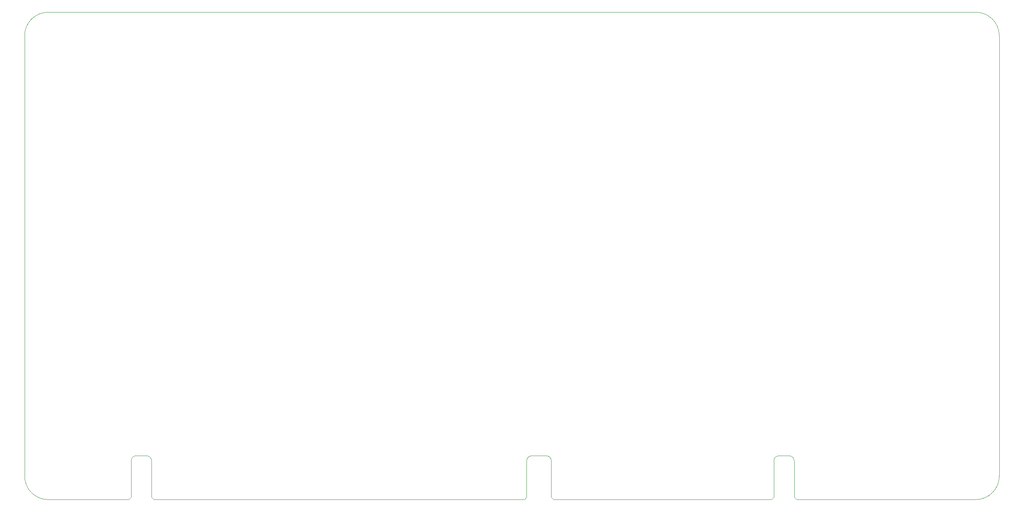
<source format=gm1>
%TF.GenerationSoftware,KiCad,Pcbnew,8.0.7*%
%TF.CreationDate,2025-02-19T17:32:35+02:00*%
%TF.ProjectId,Speed,53706565-642e-46b6-9963-61645f706362,V0*%
%TF.SameCoordinates,Original*%
%TF.FileFunction,Profile,NP*%
%FSLAX46Y46*%
G04 Gerber Fmt 4.6, Leading zero omitted, Abs format (unit mm)*
G04 Created by KiCad (PCBNEW 8.0.7) date 2025-02-19 17:32:35*
%MOMM*%
%LPD*%
G01*
G04 APERTURE LIST*
%TA.AperFunction,Profile*%
%ADD10C,0.100000*%
%TD*%
G04 APERTURE END LIST*
D10*
X-7924802Y-5079999D02*
X-25400002Y-5080000D01*
X-30480002Y95250000D02*
G75*
G02*
X-25400002Y100330000I5079998J2D01*
G01*
X175259998Y-5079998D02*
X136461294Y-5079999D01*
X-25400002Y-5080000D02*
G75*
G02*
X-30480002Y0I3J5080003D01*
G01*
X-30480002Y0D02*
X-30480002Y95250000D01*
X180339998Y0D02*
G75*
G02*
X175259998Y-5079998I-5079998J0D01*
G01*
X175260000Y100330000D02*
X-25400002Y100330000D01*
X180339998Y0D02*
X180339999Y95250000D01*
X175260000Y100330000D02*
G75*
G02*
X180340000Y95250000I0J-5080000D01*
G01*
%TO.C,J3*%
X134884246Y4386800D02*
G75*
G02*
X135961297Y3320001I5152J-1071899D01*
G01*
X131574246Y3320001D02*
G75*
G02*
X132651294Y4386753I1071852J-5100D01*
G01*
X82372198Y4386800D02*
G75*
G02*
X83449297Y3320001I5100J-1071999D01*
G01*
X78115246Y3320001D02*
G75*
G02*
X79192294Y4386753I1071852J-5100D01*
G01*
X-4114802Y4399800D02*
G75*
G02*
X-3037753Y3333001I5130J-1071919D01*
G01*
X-7424802Y3333001D02*
G75*
G02*
X-6347754Y4399800I1071932J-5133D01*
G01*
X135961294Y-4579999D02*
X136461294Y-5079999D01*
X135961294Y3320001D02*
X135961294Y-4579999D01*
X132651294Y4386800D02*
X134884246Y4386800D01*
X131574246Y-4579999D02*
X131074246Y-5079999D01*
X131574246Y3320001D02*
X131574246Y-4579999D01*
X131074246Y-5079999D02*
X83949246Y-5079999D01*
X83449246Y-4579999D02*
X83949246Y-5079999D01*
X83449246Y3320001D02*
X83449246Y-4579999D01*
X79192294Y4386800D02*
X82372198Y4386800D01*
X78115246Y-4579999D02*
X77615246Y-5079999D01*
X78115246Y3320001D02*
X78115246Y-4579999D01*
X77615246Y-5079999D02*
X-2537754Y-5079999D01*
X-3037754Y-4579999D02*
X-2537754Y-5079999D01*
X-3037754Y3333001D02*
X-3037754Y-4579999D01*
X-4114802Y4399800D02*
X-6347754Y4399800D01*
X-7424802Y-4579999D02*
X-7924802Y-5079999D01*
X-7424802Y3333001D02*
X-7424802Y-4579999D01*
%TD*%
M02*

</source>
